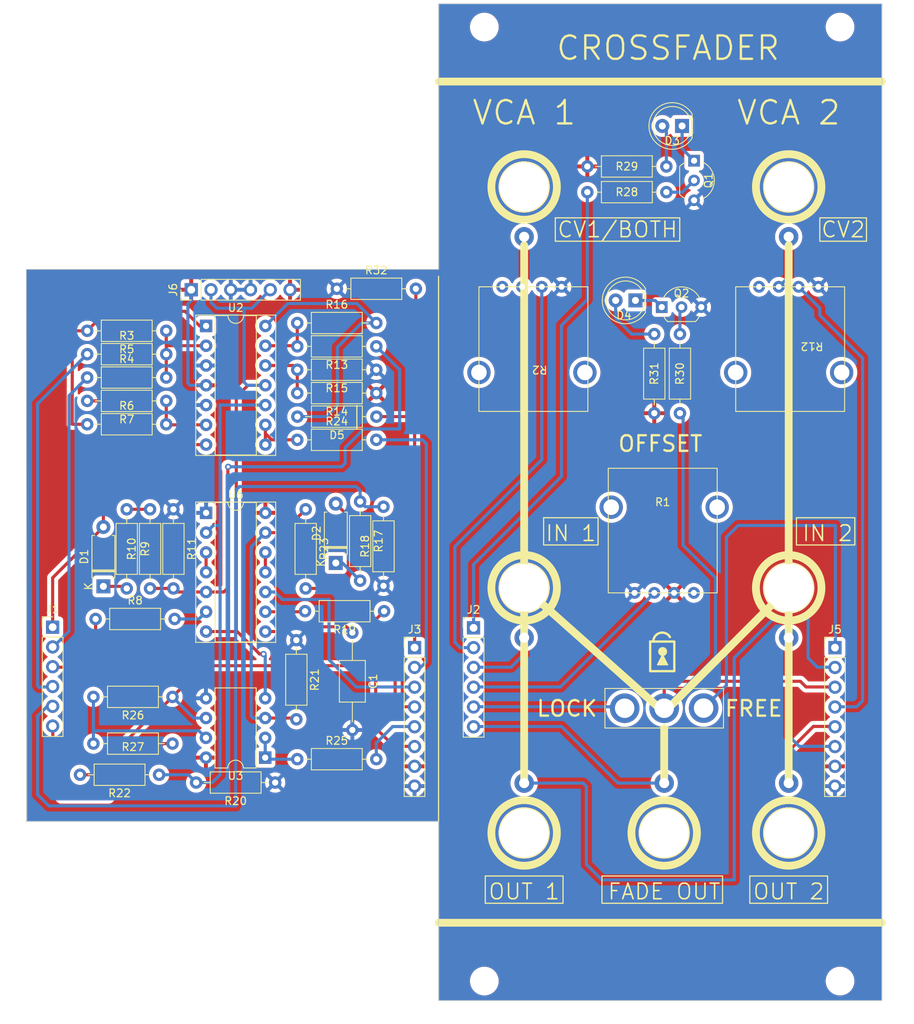
<source format=kicad_pcb>
(kicad_pcb (version 20221018) (generator pcbnew)
  (layers (0 "F.Cu" signal) (31 "B.Cu" signal) (34 "B.Paste" user) (35 "F.Paste" user) (36 "B.SilkS" user "B.Silkscreen") (37 "F.SilkS" user "F.Silkscreen") (38 "B.Mask" user) (39 "F.Mask" user) (44 "Edge.Cuts" user))
  (net 0 "")
  (net 1 "Net-(C1-Pad1)")
  (net 2 "GND")
  (net 3 "Net-(D1-K)")
  (net 4 "Net-(D2-K)")
  (net 5 "CV2")
  (net 6 "+12V")
  (net 7 "Net-(D3-K)")
  (net 8 "Net-(D3-A)")
  (net 9 "Net-(D4-K)")
  (net 10 "Net-(D4-A)")
  (net 11 "Net-(Q1-B)")
  (net 12 "Net-(Q2-B)")
  (net 13 "Net-(R5-Pad2)")
  (net 15 "Net-(R8-Pad2)")
  (net 16 "Net-(R10-Pad2)")
  (net 17 "Net-(R10-Pad1)")
  (net 20 "Net-(R2-E)")
  (net 24 "Net-(R19-Pad2)")
  (net 25 "Net-(U2A--)")
  (net 26 "Net-(U2B--)")
  (net 27 "Net-(R12-E)")
  (net 30 "Net-(R26-Pad2)")
  (net 31 "-12V")
  (net 32 "Net-(U6-Pad3)")
  (net 33 "Net-(U6-Pad11)")
  (net 34 "OFFSET1")
  (net 35 "CV1")
  (net 36 "IN1")
  (net 37 "SW_1")
  (net 38 "SW_2")
  (net 39 "IN2")
  (net 40 "OUT1")
  (net 41 "OUT2")
  (net 42 "FADE")
  (net 43 "SW_COM")
  (net 45 "Net-(U2D--)")
  (net 46 "Net-(U2D-+)")
  (net 47 "Net-(U2C-+)")
  (net 48 "Net-(U3A-+)")
  (net 49 "Net-(U3B--)")
  (net 50 "LED")
  (net 51 "Net-(U2C--)")
  (net 52 "Net-(U3A--)")
  (net 53 "Net-(D5-A)")
  (footprint "MountingHole:MountingHole_3.2mm_M3" (layer "F.Cu") (at 182.88 147.885652)
    (fp_text reference "REF**" hide)
    (fp_text value "MountingHole_3.2mm_M3")
  )
  (footprint "Resistor_THT:R_Axial_DIN0207_L6.3mm_D2.5mm_P10.16mm_Horizontal" (layer "F.Cu") (at 166.917463 86.315885 -90)
    (fp_text reference "R17")
    (fp_text value "10k")
  )
  (footprint "Library:aux_flush" (layer "F.Cu") (at 221.997463 45.926236 90)
    (fp_text reference "U5" hide)
    (fp_text value "Aux_flush")
  )
  (footprint "Resistor_THT:R_Axial_DIN0207_L6.3mm_D2.5mm_P10.16mm_Horizontal" (layer "F.Cu") (at 141.997463 73.395885 180)
    (fp_text reference "R7")
    (fp_text value "100k")
  )
  (footprint "Connector_PinHeader_2.54mm:PinHeader_1x06_P2.54mm_Vertical" (layer "F.Cu") (at 181.497463 102.535885)
    (fp_text reference "J2")
    (fp_text value "Conn_01x06_Male")
  )
  (footprint "Resistor_THT:R_Axial_DIN0207_L6.3mm_D2.5mm_P10.16mm_Horizontal" (layer "F.Cu") (at 155.997463 122.395885 180)
    (fp_text reference "R20")
    (fp_text value "47k")
  )
  (footprint "Resistor_THT:R_Axial_DIN0207_L6.3mm_D2.5mm_P10.16mm_Horizontal" (layer "F.Cu") (at 141.077463 121.395885 180)
    (fp_text reference "R22")
    (fp_text value "100k")
  )
  (footprint "Resistor_THT:R_Axial_DIN0207_L6.3mm_D2.5mm_P10.16mm_Horizontal" (layer "F.Cu") (at 131.837463 76.395885)
    (fp_text reference "R6")
    (fp_text value "100k")
  )
  (footprint "Package_DIP:DIP-14_W7.62mm_Socket" (layer "F.Cu") (at 147.117463 63.770885)
    (fp_text reference "U2")
    (fp_text value "TL074")
  )
  (footprint "Capacitor_THT:C_Axial_L5.1mm_D3.1mm_P12.50mm_Horizontal" (layer "F.Cu") (at 165.917463 103.145885 -90)
    (fp_text reference "C1")
    (fp_text value "5n")
  )
  (footprint "MountingHole:MountingHole_3.2mm_M3" (layer "F.Cu") (at 182.88 25.4)
    (fp_text reference "REF**" hide)
    (fp_text value "MountingHole_3.2mm_M3")
  )
  (footprint "MountingHole:MountingHole_3.2mm_M3" (layer "F.Cu") (at 228.6 147.885652)
    (fp_text reference "REF**" hide)
    (fp_text value "MountingHole_3.2mm_M3")
  )
  (footprint "Resistor_THT:R_Axial_DIN0207_L6.3mm_D2.5mm_P10.16mm_Horizontal" (layer "F.Cu") (at 168.997463 72.395885 180)
    (fp_text reference "R14")
    (fp_text value "100k")
  )
  (footprint "Resistor_THT:R_Axial_DIN0207_L6.3mm_D2.5mm_P10.16mm_Horizontal" (layer "F.Cu") (at 169.997463 100.395885 180)
    (fp_text reference "R19")
    (fp_text value "50k ")
  )
  (footprint "Package_DIP:DIP-8_W7.62mm" (layer "F.Cu") (at 154.717463 119.195885 180)
    (fp_text reference "U3")
    (fp_text value "TL072")
  )
  (footprint "Library:aux_flush" (layer "F.Cu") (at 221.997463 128.865535 -90)
    (fp_text reference "U10" hide)
    (fp_text value "Aux_flush")
  )
  (footprint "Resistor_THT:R_Axial_DIN0207_L6.3mm_D2.5mm_P10.16mm_Horizontal" (layer "F.Cu") (at 204.722463 64.815885 -90)
    (fp_text reference "R31")
    (fp_text value "100k")
  )
  (footprint "Package_DIP:DIP-14_W7.62mm_Socket" (layer "F.Cu") (at 147.117463 87.770885)
    (fp_text reference "U6")
    (fp_text value "AS3360")
  )
  (footprint "Library:AlpsPot" (layer "F.Cu") (at 225.807463 58.746885 180)
    (fp_text reference "R12")
    (fp_text value "AlpsPot")
  )
  (footprint "Resistor_THT:R_Axial_DIN0207_L6.3mm_D2.5mm_P10.16mm_Horizontal" (layer "F.Cu") (at 158.837463 78.395885)
    (fp_text reference "R24")
    (fp_text value "1k")
  )
  (footprint "Library:AlpsPot" (layer "F.Cu") (at 202.187463 98.044885)
    (fp_text reference "R1")
    (fp_text value "AlpsPot")
  )
  (footprint "Library:aux_flush" (layer "F.Cu") (at 221.997463 97.395885 90)
    (fp_text reference "U8" hide)
    (fp_text value "Aux_flush")
  )
  (footprint "Resistor_THT:R_Axial_DIN0207_L6.3mm_D2.5mm_P10.16mm_Horizontal" (layer "F.Cu") (at 168.997463 69.395885 180)
    (fp_text reference "R15")
    (fp_text value "R")
  )
  (footprint "Connector_PinHeader_2.54mm:PinHeader_1x06_P2.54mm_Vertical" (layer "F.Cu") (at 127.397463 102.445885)
    (fp_text reference "J1")
    (fp_text value "Conn_01x06_Male")
  )
  (footprint "Package_TO_SOT_THT:TO-92_Inline_Wide" (layer "F.Cu") (at 209.837463 42.555885 -90)
    (fp_text reference "Q1")
    (fp_text value "BC547")
  )
  (footprint "Library:AlpsPot" (layer "F.Cu") (at 192.807463 58.746885 180)
    (fp_text reference "R2")
    (fp_text value "AlpsPot")
  )
  (footprint "Resistor_THT:R_Axial_DIN0207_L6.3mm_D2.5mm_P10.16mm_Horizontal" (layer "F.Cu") (at 132.637463 117.395885)
    (fp_text reference "R27")
    (fp_text value "1k")
  )
  (footprint "Resistor_THT:R_Axial_DIN0207_L6.3mm_D2.5mm_P10.16mm_Horizontal" (layer "F.Cu") (at 208.022463 74.975885 90)
    (fp_text reference "R30")
    (fp_text value "100k")
  )
  (footprint "Resistor_THT:R_Axial_DIN0207_L6.3mm_D2.5mm_P10.16mm_Horizontal" (layer "F.Cu") (at 158.837463 119.395885)
    (fp_text reference "R25")
    (fp_text value "1k")
  )
  (footprint "MountingHole:MountingHole_3.2mm_M3" (layer "F.Cu") (at 228.6 25.4)
    (fp_text reference "REF**" hide)
    (fp_text value "MountingHole_3.2mm_M3")
  )
  (footprint "Resistor_THT:R_Axial_DIN0207_L6.3mm_D2.5mm_P10.16mm_Horizontal" (layer "F.Cu") (at 131.837463 67.395885)
    (fp_text reference "R3")
    (fp_text value "100k")
  )
  (footprint "Resistor_THT:R_Axial_DIN0207_L6.3mm_D2.5mm_P10.16mm_Horizontal" (layer "F.Cu") (at 132.917463 101.395885)
    (fp_text reference "R8")
    (fp_text value "50k")
  )
  (footprint "Connector_PinHeader_2.54mm:PinHeader_1x06_P2.54mm_Vertical" (layer "F.Cu") (at 145.208827 59.124912 90)
    (fp_text reference "J6")
    (fp_text value "Conn_01x06_Male")
  )
  (footprint "Resistor_THT:R_Axial_DIN0207_L6.3mm_D2.5mm_P10.16mm_Horizontal" (layer "F.Cu") (at 141.997463 64.395885 180)
    (fp_text reference "R5")
    (fp_text value "100k")
  )
  (footprint "Resistor_THT:R_Axial_DIN0207_L6.3mm_D2.5mm_P10.16mm_Horizontal" (layer "F.Cu") (at 206.277463 43.295885 180)
    (fp_text reference "R29")
    (fp_text value "100k")
  )
  (footprint "Diode_THT:D_A-405_P7.62mm_Horizontal" (layer "F.Cu") (at 163.787463 94.205885 90)
    (fp_text reference "D2")
    (fp_text value "D")
  )
  (footprint "Resistor_THT:R_Axial_DIN0207_L6.3mm_D2.5mm_P10.16mm_Horizontal" (layer "F.Cu") (at 131.837463 70.395885)
    (fp_text reference "R4")
    (fp_text value "100k")
  )
  (footprint "Connector_PinHeader_2.54mm:PinHeader_1x08_P2.54mm_Vertical" (layer "F.Cu") (at 173.910348 105.073965)
    (fp_text reference "J3")
    (fp_text value "Conn_01x08_Pin")
  )
  (footprint "Resistor_THT:R_Axial_DIN0207_L6.3mm_D2.5mm_P10.16mm_Horizontal" (layer "F.Cu") (at 169.011751 75.416142 180)
    (fp_text reference "D5")
    (fp_text value "D")
  )
  (footprint "Library:Switch" (layer "F.Cu") (at 205.997463 115.395885)
    (fp_text reference "U7" hide)
    (fp_text value "Switch")
  )
  (footprint "Library:aux_flush" (layer "F.Cu") (at 187.997463 97.395885 90)
    (fp_text reference "U4" hide)
    (fp_text value "Aux_flush")
  )
  (footprint "Resistor_THT:R_Axial_DIN0207_L6.3mm_D2.5mm_P10.16mm_Horizontal" (layer "F.Cu") (at 168.997463 66.395885 180)
    (fp_text reference "R13")
    (fp_text value "100k")
  )
  (footprint "Library:aux_flush" (layer "F.Cu") (at 187.997463 45.926236 90)
    (fp_text reference "U1" hide)
    (fp_text value "Aux_flush")
  )
  (footprint "Resistor_THT:R_Axial_DIN0207_L6.3mm_D2.5mm_P10.16mm_Horizontal" (layer "F.Cu") (at 158.717463 104.115885 -90)
    (fp_text reference "R21")
    (fp_text value "47k")
  )
  (footprint "Resistor_THT:R_Axial_DIN0207_L6.3mm_D2.5mm_P10.16mm_Horizontal" (layer "F.Cu") (at 163.92 59)
    (fp_text reference "R32")
    (fp_text value "R")
  )
  (footprint "Resistor_THT:R_Axial_DIN0207_L6.3mm_D2.5mm_P10.16mm_Horizontal" (layer "F.Cu") (at 158.837463 63.395885)
    (fp_text reference "R16")
    (fp_text value "100k")
  )
  (footprint "LED_THT:LED_D5.0mm" (layer "F.Cu") (at 202.297463 60.495885 180)
    (fp_text reference "D4")
    (fp_text value "LED")
  )
  (footprint "Resistor_THT:R_Axial_DIN0207_L6.3mm_D2.5mm_P10.16mm_Horizontal" (layer "F.Cu") (at 142.917463 87.315885 -90)
    (fp_text reference "R11")
    (fp_text value "2k")
  )
  (footprint "Resistor_THT:R_Axial_DIN0207_L6.3mm_D2.5mm_P10.16mm_Horizontal" (layer "F.Cu") (at 136.917463 87.315885 -90)
    (fp_text reference "R9")
    (fp_text value "5k")
  )
  (footprint "Library:aux_flush" (layer "F.Cu") (at 187.997463 128.865535 -90)
    (fp_text reference "U9" hide)
    (fp_text value "Aux_flush")
  )
  (footprint "Resistor_THT:R_Axial_DIN0207_L6.3mm_D2.5mm_P10.16mm_Horizontal" (layer "F.Cu") (at 169.917463 97.145885 90)
    (fp_text reference "R18")
    (fp_text value "2k")
  )
  (footprint "Resistor_THT:R_Axial_DIN0207_L6.3mm_D2.5mm_P10.16mm_Horizontal" (layer "F.Cu") (at 142.797463 111.395885 180)
    (fp_text reference "R26")
    (fp_text value "100k")
  )
  (footprint "Package_TO_SOT_THT:TO-92_Inline_Wide" (layer "F.Cu") (at 205.682463 61.355885)
    (fp_text reference "Q2")
    (fp_text value "BC547")
  )
  (footprint "Connector_PinHeader_2.54mm:PinHeader_1x08_P2.54mm_Vertical" (layer "F.Cu") (at 227.945251 105.076904)
    (fp_text reference "J5")
    (fp_text value "Conn_01x08_Pin")
  )
  (footprint "Resistor_THT:R_Axial_DIN0207_L6.3mm_D2.5mm_P10.16mm_Horizontal" (layer "F.Cu") (at 159.917463 87.315885 -90)
    (fp_text reference "R23")
    (fp_text value "100k")
  )
  (footprint "Resistor_THT:R_Axial_DIN0207_L6.3mm_D2.5mm_P10.16mm_Horizontal" (layer "F.Cu") (at 196.117463 46.595885)
    (fp_text reference "R28")
    (fp_text value "100k")
  )
  (footprint "Resistor_THT:R_Axial_DIN0207_L6.3mm_D2.5mm_P10.16mm_Horizontal" (layer "F.Cu") (at 139.917463 97.475885 90)
    (fp_text reference "R10")
    (fp_text value "5k")
  )
  (footprint "LED_THT:LED_D5.0mm" (layer "F.Cu") (at 208.297463 38.095885 180)
    (fp_text reference "D3")
    (fp_text value "LED")
  )
  (footprint "Library:aux_flush" (layer "F.Cu") (at 205.997463 128.865535 -90)
    (fp_text reference "U11" hide)
    (fp_text value "Aux_flush")
  )
  (footprint "Diode_THT:D_A-405_P7.62mm_Horizontal" (layer "F.Cu") (at 133.917463 97.205885 90)
    (fp_text reference "D1")
    (fp_text value "D")
  )
  (gr_line (start 187.997463 53.395885) (end 187.997463 122.395885) (stroke (width 1)) (layer "F.SilkS"))
  (gr_line (start 187.997463 97.395885) (end 205.997463 113.395885) (stroke (width 1)) (layer "F.SilkS"))
  (gr_line (start 221.997463 53.395885) (end 221.997463 122.395885) (stroke (width 1)) (layer "F.SilkS"))
  (gr_line (start 176.997463 32.395885) (end 233.997463 32.395885) (stroke (width 1)) (layer "F.SilkS"))
  (gr_rect (start 204.197463 104.295885) (end 207.297463 108.095885) (stroke (width 0.3)) (fill none) (layer "F.SilkS"))
  (gr_rect (start 190.497463 88.395885) (end 197.497463 91.895885) (stroke (width 0.15)) (fill none) (layer "F.SilkS"))
  (gr_poly (pts (xy 206.437463 107.275885) (xy 205.137463 107.275885) (xy 205.737463 106.075885) (xy 205.837463 106.075885)) (stroke (width 0.15)) (fill solid) (layer "F.SilkS"))
  (gr_rect (start 222.997463 88.395885) (end 230.497463 91.895885) (stroke (width 0.15)) (fill none) (layer "F.SilkS"))
  (gr_rect (start 197.997463 134.395885) (end 213.497463 137.895885) (stroke (width 0.15)) (fill none) (layer "F.SilkS"))
  (gr_arc (start 204.597463 104.295885) (mid 205.44538 103.186493) (end 206.738687 103.712812) (stroke (width 0.3)) (layer "F.SilkS"))
  (gr_line (start 166.5 74) (end 166.5 77) (stroke (width 0.15)) (layer "F.SilkS"))
  (gr_line (start 205.997463 115.395885) (end 205.997463 122.395885) (stroke (width 1)) (layer "F.SilkS"))
  (gr_line (start 205.997463 113.395885) (end 221.997463 97.395885) (stroke (width 1)) (layer "F.SilkS"))
  (gr_circle (center 205.797463 105.575885) (end 206.297463 105.575885) (stroke (width 0.15)) (fill solid) (layer "F.SilkS"))
  (gr_rect (start 182.997463 134.395885) (end 192.997463 137.895885) (stroke (width 0.15)) (fill none) (layer "F.SilkS"))
  (gr_line (start 233.997463 140.395885) (end 176.997463 140.395885) (stroke (width 1)) (layer "F.SilkS"))
  (gr_rect (start 191.997463 49.895885) (end 207.997463 52.895885) (stroke (width 0.15)) (fill none) (layer "F.SilkS"))
  (gr_rect (start 225.997463 49.895885) (end 231.997463 52.895885) (stroke (width 0.15)) (fill none) (layer "F.SilkS"))
  (gr_rect (start 216.997463 134.395885) (end 226.997463 137.895885) (stroke (width 0.15)) (fill none) (layer "F.SilkS"))
  (gr_line (start 176.997463 127.395885) (end 176.997463 57.395885) (stroke (width 0.15)) (layer "F.SilkS"))
  (gr_line (start 233.997463 22.395885) (end 233.997463 150.395885) (stroke (width 0.1)) (layer "Edge.Cuts"))
  (gr_line (start 124.045127 127.470453) (end 123.997463 56.5) (stroke (width 0.1)) (layer "Edge.Cuts"))
  (gr_line (start 176.997463 56.5) (end 176.997463 22.395885) (stroke (width 0.1)) (layer "Edge.Cuts"))
  (gr_line (start 123.997463 56.5) (end 176.997463 56.5) (stroke (width 0.1)) (layer "Edge.Cuts"))
  (gr_line (start 233.997463 150.395885) (end 176.997463 150.395885) (stroke (width 0.1)) (layer "Edge.Cuts"))
  (gr_line (start 176.997463 127.395885) (end 123.997463 127.395885) (stroke (width 0.1)) (layer "Edge.Cuts"))
  (gr_line (start 176.997463 22.395885) (end 233.997463 22.395885) (stroke (width 0.1)) (layer "Edge.Cuts"))
  (gr_line (start 176.997463 150.395885) (end 176.997463 127.395885) (stroke (width 0.1)) (layer "Edge.Cuts"))
  (gr_text "CV1/BOTH" (at 199.997463 51.395885) (layer "F.SilkS") (effects (font (size 2 2) (thickness 0.2))))
  (gr_text "LOCK" (at 193.497463 112.895885) (layer "F.SilkS") (effects (font (size 2 2) (thickness 0.3))))
  (gr_text "CV2" (at 228.997463 51.395885) (layer "F.SilkS") (effects (font (size 2 2) (thickness 0.2))))
  (gr_text "OUT 2" (at 221.997463 136.395885) (layer "F.SilkS") (effects (font (size 2 2) (thickness 0.2))))
  (gr_text "IN 1" (at 193.997463 90.395885) (layer "F.SilkS") (effects (font (size 2 2) (thickness 0.2))))
  (gr_text "FADE OUT" (at 205.997463 136.395885) (layer "F.SilkS") (effects (font (size 2 2) (thickness 0.2))))
  (gr_text "OFFSET\n" (at 205.497463 78.895885) (layer "F.SilkS") (effects (font (size 2 2) (thickness 0.3))))
  (gr_text "OUT 1" (at 187.997463 136.395885) (layer "F.SilkS") (effects (font (size 2 2) (thickness 0.2))))
  (gr_text "VCA 1" (at 187.997463 36.395885) (layer "F.SilkS") (effects (font (size 3 3) (thickness 0.3))))
  (gr_text "VCA 2" (at 221.997463 36.395885) (layer "F.SilkS") (effects (font (size 3 3) (thickness 0.3))))
  (gr_text "FREE" (at 217.497463 112.895885) (layer "F.SilkS") (effects (font (size 2 2) (thickness 0.3))))
  (gr_text "IN 2" (at 226.997463 90.395885) (layer "F.SilkS") (effects (font (size 2 2) (thickness 0.2))))
  (gr_text "CROSSFADER" (at 206.5 28.1) (layer "F.SilkS") (effects (font (size 3 3) (thickness 0.3))))
  (segment (start 154.737463 103.010885) (end 156.802463 103.010885) (width 0.4) (layer "F.Cu") (net 1))
  (segment (start 165.167463 102.395885) (end 165.917463 103.145885) (width 0.4) (layer "F.Cu") (net 1))
  (segment (start 157.417463 102.395885) (end 165.167463 102.395885) (width 0.4) (layer "F.Cu") (net 1))
  (segment (start 156.802463 103.010885) (end 157.417463 102.395885) (width 0.4) (layer "F.Cu") (net 1))
  (segment (start 133.917463 97.205885) (end 136.647463 97.205885) (width 0.4) (layer "F.Cu") (net 3))
  (segment (start 136.647463 97.205885) (end 136.917463 97.475885) (width 0.4) (layer "F.Cu") (net 3))
  (segment (start 164.647463 94.205885) (end 163.787463 94.205885) (width 0.4) (layer "B.Cu") (net 4))
  (segment (start 166.917463 96.475885) (end 164.647463 94.205885) (width 0.4) (layer "B.Cu") (net 4))
  (segment (start 171.417463 102.395885) (end 171.917463 101.895885) (width 0.4) (layer "F.Cu") (net 5))
  (segment (start 171.417463 112.395885) (end 171.417463 102.395885) (width 0.4) (layer "F.Cu") (net 5))
  (segment (start 171.687463 112.665885) (end 171.417463 112.395885) (width 0.4) (layer "F.Cu") (net 5))
  (segment (start 171.917463 101.895885) (end 171.917463 94.395885) (width 0.4) (layer "F.Cu") (net 5))
  (segment (start 171.597463 94.395885) (end 163.787463 86.585885) (width 0.4) (layer "F.Cu") (net 5))
  (segment (start 173.917463 112.665885) (end 171.687463 112.665885) (width 0.4) (layer "F.Cu") (net 5))
  (segment (start 171.917463 94.395885) (end 171.597463 94.395885) (width 0.4) (layer "F.Cu") (net 5))
  (segment (start 225.997463 62.395885) (end 225.997463 61.476885) (width 0.4) (layer "B.Cu") (net 5))
  (segment (start 225.997463 61.476885) (end 223.267463 58.746885) (width 0.4) (layer "B.Cu") (net 5))
  (segment (start 230.727463 112.665885) (end 231.497463 111.895885) (width 0.4) (layer "B.Cu") (net 5))
  (segment (start 231.497463 111.895885) (end 231.497463 67.895885) (width 0.4) (layer "B.Cu") (net 5))
  (segment (start 227.997463 112.665885) (end 230.727463 112.665885) (width 0.4) (layer "B.Cu") (net 5))
  (segment (start 231.497463 67.895885) (end 225.997463 62.395885) (width 0.4) (layer "B.Cu") (net 5))
  (segment (start 154.737463 87.770885) (end 154.737463 83.655885) (width 0.4) (layer "F.Cu") (net 6))
  (segment (start 163.997463 82.895885) (end 163.997463 63.895885) (width 0.4) (layer "F.Cu") (net 6))
  (segment (start 150.393348 61.5) (end 149.997463 61.895885) (width 0.4) (layer "F.Cu") (net 6))
  (segment (start 149.997463 61.895885) (end 149.997463 71.395885) (width 0.4) (layer "F.Cu") (net 6))
  (segment (start 154.737463 83.655885) (end 155.497463 82.895885) (width 0.4) (layer "F.Cu") (net 6))
  (segment (start 155.497463 82.895885) (end 163.997463 82.895885) (width 0.4) (layer "F.Cu") (net 6))
  (segment (start 149.997463 71.395885) (end 149.992463 71.390885) (width 0.4) (layer "F.Cu") (net 6))
  (segment (start 163.997463 63.895885) (end 161.601578 61.5) (width 0.4) (layer "F.Cu") (net 6))
  (segment (start 149.992463 71.390885) (end 147.117463 71.390885) (width 0.4) (layer "F.Cu") (net 6))
  (segment (start 161.601578 61.5) (end 150.393348 61.5) (width 0.4) (layer "F.Cu") (net 6))
  (segment (start 144.78 60.96) (end 144.78 71.12) (width 0.4) (layer "B.Cu") (net 6))
  (segment (start 145.050885 71.390885) (end 147.117463 71.390885) (width 0.4) (layer "B.Cu") (net 6))
  (segment (start 144.78 71.12) (end 145.050885 71.390885) (width 0.4) (layer "B.Cu") (net 6))
  (segment (start 145.208827 60.531173) (end 144.78 60.96) (width 0.4) (layer "B.Cu") (net 6))
  (segment (start 145.208827 59.124912) (end 145.208827 60.531173) (width 0.4) (layer "B.Cu") (net 6))
  (segment (start 208.297463 41.015885) (end 209.837463 42.555885) (width 0.4) (layer "B.Cu") (net 7))
  (segment (start 208.297463 38.095885) (end 208.297463 41.015885) (width 0.4) (layer "B.Cu") (net 7))
  (segment (start 206.277463 38.615885) (end 205.757463 38.095885) (width 0.4) (layer "B.Cu") (net 8))
  (segment (start 206.277463 43.295885) (end 206.277463 38.615885) (width 0.4) (layer "B.Cu") (net 8))
  (segment (start 204.822463 60.495885) (end 205.682463 61.355885) (width 0.4) (layer "B.Cu") (net 9))
  (segment (start 202.297463 60.495885) (end 204.822463 60.495885) (width 0.4) (layer "B.Cu") (net 9))
  (segment (start 201.817463 64.815885) (end 199.757463 62.755885) (width 0.4) (layer "B.Cu") (net 10))
  (segment (start 199.757463 62.755885) (end 199.757463 60.495885) (width 0.4) (layer "B.Cu") (net 10))
  (segment (start 204.722463 64.815885) (end 201.817463 64.815885) (width 0.4) (layer "B.Cu") (net 10))
  (segment (start 208.337463 46.595885) (end 209.837463 45.095885) (width 0.4) (layer "B.Cu") (net 11))
  (segment (start 206.277463 46.595885) (end 208.337463 46.595885) (width 0.4) (layer "B.Cu") (net 11))
  (segment (start 208.022463 61.555885) (end 208.222463 61.355885) (width 0.4) (layer "B.Cu") (net 12))
  (segment (start 208.022463 64.815885) (end 208.022463 61.555885) (width 0.4) (layer "B.Cu") (net 12))
  (segment (start 129.917463 64.395885) (end 131.837463 64.395885) (width 0.4) (layer "F.Cu") (net 13))
  (segment (start 131.837463 76.395885) (end 129.917463 76.395885) (width 0.4) (layer "F.Cu") (net 13))
  (segment (start 147.117463 63.770885) (end 146.292463 63.770885) (width 0.4) (layer "F.Cu") (net 13))
  (segment (start 146.292463 63.770885) (end 144.417463 61.895885) (width 0.4) (layer "F.Cu") (net 13))
  (segment (start 129.917463 76.395885) (end 129.917463 64.395885) (width 0.4) (layer "F.Cu") (net 13))
  (segment (start 134.337463 61.895885) (end 131.837463 64.395885) (width 0.4) (layer "F.Cu") (net 13))
  (segment (start 144.417463 61.895885) (end 134.337463 61.895885) (width 0.4) (layer "F.Cu") (net 13))
  (segment (start 143.077463 101.395885) (end 146.192463 101.395885) (width 0.4) (layer "B.Cu") (net 15))
  (segment (start 146.192463 101.395885) (end 147.117463 100.470885) (width 0.4) (layer "B.Cu") (net 15))
  (segment (start 136.917463 87.315885) (end 139.917463 87.315885) (width 0.4) (layer "F.Cu") (net 16))
  (segment (start 149.917463 81.895885) (end 149.957463 81.855885) (width 0.4) (layer "F.Cu") (net 17))
  (segment (start 147.117463 97.930885) (end 143.372463 97.930885) (width 0.4) (layer "F.Cu") (net 17))
  (segment (start 139.917463 97.475885) (end 142.917463 97.475885) (width 0.4) (layer "F.Cu") (net 17))
  (segment (start 147.117463 97.930885) (end 149.382463 97.930885) (width 0.4) (layer "F.Cu") (net 17))
  (segment (start 143.372463 97.930885) (end 142.917463 97.475885) (width 0.4) (layer "F.Cu") (net 17))
  (segment (start 149.382463 97.930885) (end 149.917463 97.395885) (width 0.4) (layer "F.Cu") (net 17))
  (segment (start 149.917463 97.395885) (end 149.917463 81.895885) (width 0.4) (layer "F.Cu") (net 17))
  (via (at 149.957463 81.855885) (size 0.8) (drill 0.4) (layers "F.Cu" "B.Cu") (net 17))
  (segment (start 171.997463 69.395885) (end 168.997463 66.395885) (width 0.4) (layer "B.Cu") (net 17))
  (segment (start 164.997463 79.395885) (end 167.393348 77) (width 0.4) (layer "B.Cu") (net 17))
  (segment (start 167.393348 77) (end 171.997463 77) (width 0.4) (layer "B.Cu") (net 17))
  (segment (start 149.957463 81.855885) (end 164.537463 81.855885) (width 0.4) (layer "B.Cu") (net 17))
  (segment (start 164.537463 81.855885) (end 164.997463 81.395885) (width 0.4) (layer "B.Cu") (net 17))
  (segment (start 164.997463 81.395885) (end 164.997463 79.395885) (width 0.4) (layer "B.Cu") (net 17))
  (segment (start 171.997463 77) (end 171.997463 69.395885) (width 0.4) (layer "B.Cu") (net 17))
  (segment (start 187.997463 52.326236) (end 187.997463 58.476885) (width 0.4) (layer "B.Cu") (net 20))
  (segment (start 187.997463 58.476885) (end 187.727463 58.746885) (width 0.4) (layer "B.Cu") (net 20))
  (segment (start 154.737463 100.470885) (end 159.762463 100.470885) (width 0.4) (layer "F.Cu") (net 24))
  (segment (start 159.762463 100.470885) (end 159.837463 100.395885) (width 0.4) (layer "F.Cu") (net 24))
  (segment (start 147.117463 66.310885) (end 142.002463 66.310885) (width 0.4) (layer "F.Cu") (net 25))
  (segment (start 141.997463 64.395885) (end 141.997463 66.315885) (width 0.4) (layer "F.Cu") (net 25))
  (segment (start 142.002463 66.310885) (end 141.997463 66.315885) (width 0.4) (layer "F.Cu") (net 25))
  (segment (start 141.997463 66.315885) (end 141.997463 70.395885) (width 0.4) (layer "F.Cu") (net 25))
  (segment (start 142.072463 76.470885) (end 141.997463 76.395885) (width 0.4) (layer "F.Cu") (net 26))
  (segment (start 147.117463 76.470885) (end 142.072463 76.470885) (width 0.4) (layer "F.Cu") (net 26))
  (segment (start 141.997463 73.395885) (end 141.997463 76.395885) (width 0.4) (layer "F.Cu") (net 26))
  (segment (start 221.997463 57.476885) (end 220.727463 58.746885) (width 0.4) (layer "B.Cu") (net 27))
  (segment (start 221.997463 52.326236) (end 221.997463 57.476885) (width 0.4) (layer "B.Cu") (net 27))
  (segment (start 132.637463 111.395885) (end 132.637463 115.755885) (width 0.4) (layer "B.Cu") (net 30))
  (segment (start 132.637463 115.755885) (end 146.197463 115.755885) (width 0.4) (layer "B.Cu") (net 30))
  (segment (start 132.637463 117.395885) (end 132.637463 115.755885) (width 0.4) (layer "B.Cu") (net 30))
  (segment (start 146.197463 115.755885) (end 147.097463 116.655885) (width 0.4) (layer "B.Cu") (net 30))
  (segment (start 153.997463 105.895885) (end 150.997463 102.895885) (width 0.4) (layer "F.Cu") (net 31))
  (segment (start 150.997463 72.895885) (end 150.997463 102.895885) (width 0.4) (layer "F.Cu") (net 31))
  (segment (start 152.502463 71.390885) (end 150.997463 72.895885) (width 0.4) (layer "F.Cu") (net 31))
  (segment (start 150.997463 102.895885) (end 150.882463 103.010885) (width 0.4) (layer "F.Cu") (net 31))
  (segment (start 154.497463 105.895885) (end 153.997463 105.895885) (width 0.4) (layer "F.Cu") (net 31))
  (segment (start 154.737463 71.390885) (end 152.502463 71.390885) (width 0.4) (layer "F.Cu") (net 31))
  (segment (start 150.882463 103.010885) (end 147.117463 103.010885) (width 0.4) (layer "F.Cu") (net 31))
  (via (at 154.497463 105.895885) (size 0.8) (drill 0.4) (layers "F.Cu" "B.Cu") (net 31))
  (segment (start 147.748827 59.124912) (end 147.748827 60.748827) (width 0.4) (layer "B.Cu") (net 31))
  (segment (start 152 71) (end 152 61.5) (width 0.4) (layer "B.Cu") (net 31))
  (segment (start 148.5 61.5) (end 152 61.5) (width 0.4) (layer "B.Cu") (net 31))
  (segment (start 152.390885 71.390885) (end 152 71) (width 0.4) (layer "B.Cu") (net 31))
  (segment (start 154.497463 105.895885) (end 154.717463 106.115885) (width 0.4) (layer "B.Cu") (net 31))
  (segment (start 147.748827 60.748827) (end 148.5 61.5) (width 0.4) (layer "B.Cu") (net 31))
  (segment (start 152.993739 61.5) (end 155.368827 59.124912) (width 0.4) (layer "B.Cu") (net 31))
  (segment (start 154.737463 71.390885) (end 152.390885 71.390885) (width 0.4) (layer "B.Cu") (net 31))
  (segment (start 154.717463 106.115885) (end 154.717463 111.575885) (width 0.4) (layer "B.Cu") (net 31))
  (segment (start 152 61.5) (end 152.993739 61.5) (width 0.4) (layer "B.Cu") (net 31))
  (segment (start 147.117463 92.850885) (end 147.117463 95.390885) (width 0.4) (layer "F.Cu") (net 32))
  (segment (start 154.737463 92.850885) (end 154.737463 95.390885) (width 0.4) (layer "F.Cu") (net 33))
  (segment (start 125.695127 110.200453) (end 125.465127 109.970453) (width 0.4) (layer "B.Cu") (net 34))
  (segment (start 125.465127 109.970453) (end 125.465127 73.890453) (width 0.4) (layer "B.Cu") (net 34))
  (segment (start 127.417463 110.125885) (end 125.647463 110.125885) (width 0.4) (layer "B.Cu") (net 34))
  (segment (start 181.497463 110.125885) (end 192.646463 110.125885) (width 0.4) (layer "B.Cu") (net 34))
  (segment (start 192.646463 110.125885) (end 204.727463 98.044885) (width 0.4) (layer "B.Cu") (net 34))
  (segment (start 125.417463 73.815885) (end 131.837463 67.395885) (width 0.4) (layer "B.Cu") (net 34))
  (segment (start 181.497463 105.075885) (end 179.777463 105.075885) (width 0.4) (layer "B.Cu") (net 35))
  (segment (start 129.497463 72.735885) (end 129.497463 102.965885) (width 0.4) (layer "B.Cu") (net 35))
  (segment (start 190.267463 80.925885) (end 190.267463 58.746885) (width 0.4) (layer "B.Cu") (net 35))
  (segment (start 179.097463 104.395885) (end 179.097463 92.095885) (width 0.4) (layer "B.Cu") (net 35))
  (segment (start 129.497463 102.965885) (end 127.417463 105.045885) (width 0.4) (layer "B.Cu") (net 35))
  (segment (start 131.837463 70.395885) (end 129.497463 72.735885) (width 0.4) (layer "B.Cu") (net 35))
  (segment (start 179.777463 105.075885) (end 179.097463 104.395885) (width 0.4) (layer "B.Cu") (net 35))
  (segment (start 179.097463 92.095885) (end 190.267463 80.925885) (width 0.4) (layer "B.Cu") (net 35))
  (segment (start 131.727463 107.585885) (end 132.917463 106.395885) (width 0.4) (layer "F.Cu") (net 36))
  (segment (start 132.917463 106.395885) (end 132.917463 101.395885) (width 0.4) (layer "F.Cu") (net 36))
  (segment (start 127.417463 107.585885) (end 131.727463 107.585885) (width 0.4) (layer "F.Cu") (net 36))
  (segment (start 187.997463 105.895885) (end 186.307463 107.585885) (width 0.4) (layer "B.Cu") (net 36))
  (segment (start 186.307463 107.585885) (end 181.497463 107.585885) (width 0.4) (layer "B.Cu") (net 36))
  (segment (start 187.997463 103.795885) (end 187.997463 105.895885) (width 0.4) (layer "B.Cu") (net 36))
  (segment (start 173.917463 75.5) (end 173.833605 75.416142) (width 0.4) (layer "F.Cu") (net 37))
  (segment (start 174.08 75.337463) (end 174.08 58.5) (width 0.4) (layer "F.Cu") (net 37))
  (segment (start 173.917463 105.045885) (end 173.917463 75.5) (width 0.4) (layer "F.Cu") (net 37))
  (segment (start 173.917463 75.5) (end 174.08 75.337463) (width 0.4) (layer "F.Cu") (net 37))
  (segment (start 173.833605 75.416142) (end 169.011751 75.416142) (width 0.4) (layer "F.Cu") (net 37))
  (segment (start 215.497463 89.395885) (end 213.997463 90.895885) (width 0.4) (layer "B.Cu") (net 37))
  (segment (start 213.997463 109.907794) (end 211.065576 112.839681) (width 0.4) (layer "B.Cu") (net 37))
  (segment (start 227.997463 89.395885) (end 215.497463 89.395885) (width 0.4) (layer "B.Cu") (net 37))
  (segment (start 227.997463 105.045885) (end 227.997463 89.395885) (width 0.4) (layer "B.Cu") (net 37))
  (segment (start 213.997463 90.895885) (end 213.997463 109.907794) (width 0.4) (layer "B.Cu") (net 37))
  (segment (start 181.497463 112.665885) (end 200.727463 112.665885) (width 0.4) (layer "B.Cu") (net 38))
  (segment (start 126.647463 112.665885) (end 127.417463 112.665885) (width 0.4) (layer "B.Cu") (net 38))
  (segment (start 125.417463 113.895885) (end 126.647463 112.665885) (width 0.4) (layer "B.Cu") (net 38))
  (segment (start 126.917463 125.395885) (end 125.417463 123.895885) (width 0.4) (layer "B.Cu") (net 38))
  (segment (start 166.417463 84.395885) (end 151.417463 84.395885) (width 0.4) (layer "B.Cu") (net 38))
  (segment (start 151.417463 84.395885) (end 150.917463 84.895885) (width 0.4) (layer "B.Cu") (net 38))
  (segment (start 166.917463 84.895885) (end 166.417463 84.395885) (width 0.4) (layer "B.Cu") (net 38))
  (segment (start 150.917463 84.895885) (end 150.917463 125.395885) (width 0.4) (layer "B.Cu") (net 38))
  (segment (start 166.917463 86.315885) (end 166.917463 84.895885) (width 0.4) (layer "B.Cu") (net 38))
  (segment (start 167.587463 86.985885) (end 166.917463 86.315885) (width 0.4) (layer "B.Cu") (net 38))
  (segment (start 200.727463 112.665885) (end 200.917463 112.855885) (width 0.4) (layer "B.Cu") (net 38))
  (segment (start 169.917463 86.985885) (end 167.587463 86.985885) (width 0.4) (layer "B.Cu") (net 38))
  (segment (start 125.465127 123.970453) (end 125.465127 113.970453) (width 0.4) (layer "B.Cu") (net 38))
  (segment (start 150.917463 125.395885) (end 126.917463 125.395885) (width 0.4) (layer "B.Cu") (net 38))
  (segment (start 168.917463 101.475885) (end 168.917463 115.395885) (width 0.4) (layer "F.Cu") (net 39))
  (segment (start 169.997463 100.395885) (end 168.917463 101.475885) (width 0.4) (layer "F.Cu") (net 39))
  (segment (start 168.917463 115.395885) (end 171.267463 117.745885) (width 0.4) (layer "F.Cu") (net 39))
  (segment (start 171.267463 117.745885) (end 173.917463 117.745885) (width 0.4) (layer "F.Cu") (net 39))
  (segment (start 221.997463 116.395885) (end 221.997463 103.795885) (width 0.4) (layer "B.Cu") (net 39))
  (segment (start 223.347463 117.745885) (end 221.997463 116.395885) (width 0.4) (layer "B.Cu") (net 39))
  (segment (start 227.997463 117.745885) (end 223.347463 117.745885) (width 0.4) (layer "B.Cu") (net 39))
  (segment (start 224.497463 101.395885) (end 219.997463 101.395885) (width 0.4) (layer "B.Cu") (net 40))
  (segment (start 195.567113 122.465535) (end 187.997463 122.465535) (width 0.4) (layer "B.Cu") (net 40))
  (segment (start 227.997463 107.585885) (end 225.687463 107.585885) (width 0.4) (layer "B.Cu") (net 40))
  (segment (start 168.997463 78.395885) (end 174.917463 78.395885) (width 0.4) (layer "B.Cu") (net 40))
  (segment (start 214.997463 134.895885) (end 197.997463 134.895885) (width 0.4) (layer "B.Cu") (net 40))
  (segment (start 219.997463 101.395885) (end 214.997463 106.395885) (width 0.4) (layer "B.Cu") (net 40))
  (segment (start 224.497463 106.395885) (end 224.497463 101.395885) (width 0.4) (layer "B.Cu") (net 40))
  (segment (start 175.417463 106.895885) (end 174.727463 107.585885) (width 0.4) (layer "B.Cu") (net 40))
  (segment (start 225.687463 107.585885) (end 224.497463 106.395885) (width 0.4) (layer "B.Cu") (net 40))
  (segment (start 174.917463 78.395885) (end 175.417463 78.895885) (width 0.4) (layer "B.Cu") (net 40))
  (segment (start 197.997463 134.895885) (end 195.997463 132.895885) (width 0.4) (layer "B.Cu") (net 40))
  (segment (start 175.417463 78.895885) (end 175.417463 106.895885) (width 0.4) (layer "B.Cu") (net 40))
  (segment (start 174.727463 107.585885) (end 173.917463 107.585885) (width 0.4) (layer "B.Cu") (net 40))
  (segment (start 214.997463 106.395885) (end 214.997463 134.895885) (width 0.4) (layer "B.Cu") (net 40))
  (segment (start 195.997463 132.895885) (end 195.997463 122.895885) (width 0.4) (layer "B.Cu") (net 40))
  (segment (start 195.997463 122.895885) (end 195.567113 122.465535) (width 0.4) (layer "B.Cu") (net 40))
  (segment (start 225.168175 115.191825) (end 221.997463 118.362537) (width 0.4) (layer "F.Cu") (net 41))
  (segment (start 227.94073 115.191825) (end 225.168175 115.191825) (width 0.4) (layer "F.Cu") (net 41))
  (segment (start 221.997463 118.362537) (end 221.997463 122.465535) (width 0.4) (layer "F.Cu") (net 41))
  (segment (start 168.997463 117.315885) (end 168.997463 119.395885) (width 0.4) (layer "B.Cu") (net 41))
  (segment (start 171.107463 115.205885) (end 168.997463 117.315885) (width 0.4) (layer "B.Cu") (net 41))
  (segment (start 173.917463 115.205885) (end 171.107463 115.205885) (width 0.4) (layer "B.Cu") (net 41))
  (segment (start 134.597463 124.395885) (end 128.497463 124.395885) (width 0.4) (layer "F.Cu") (net 42))
  (segment (start 128.497463 124.395885) (end 127.417463 123.315885) (width 0.4) (layer "F.Cu") (net 42))
  (segment (start 127.417463 123.315885) (end 127.417463 115.205885) (width 0.4) (layer "F.Cu") (net 42))
  (segment (start 142.797463 117.395885) (end 141.597463 117.395885) (width 0.4) (layer "F.Cu") (net 42))
  (segment (start 141.597463 117.395885) (end 134.597463 124.395885) (width 0.4) (layer "F.Cu") (net 42))
  (segment (start 192.807463 115.205885) (end 200.067113 122.465535) (width 0.4) (layer "B.Cu") (net 42))
  (segment (start 200.067113 122.465535) (end 205.997463 122.465535) (width 0.4) (layer "B.Cu") (net 42))
  (segment (start 181.497463 115.205885) (end 192.807463 115.205885) (width 0.4) (layer "B.Cu") (net 42))
  (segment (start 205.997463 112.855885) (end 205.997463 109.395885) (width 0.4) (layer "F.Cu") (net 43))
  (segment (start 224.227463 110.125885) (end 227.997463 110.125885) (width 0.4) (layer "F.Cu") (net 43))
  (segment (start 223.497463 109.395885) (end 224.227463 110.125885) (width 0.4) (layer "F.Cu") (net 43))
  (segment (start 205.997463 109.395885) (end 223.497463 109.395885) (width 0.4) (layer "F.Cu") (net 43))
  (segment (start 208.022463 74.975885) (end 208.428974 75.382396) (width 0.4) (layer "B.Cu") (net 43))
  (segment (start 156.917463 98.895885) (end 155.952463 97.930885) (width 0.4) (layer "B.Cu") (net 43))
  (segment (start 208.428974 75.382396) (end 208.428974 91.927396) (width 0.4) (layer "B.Cu") (net 43))
  (segment (start 208.428974 91.927396) (end 212.597463 96.095885) (width 0.4) (layer "B.Cu") (net 43))
  (segment (start 155.952463 97.930885) (end 154.737463 97.930885) (width 0.4) (layer "B.Cu") (net 43))
  (segment (start 166.423829 110.125885) (end 162.917463 106.619519) (width 0.4) (layer "B.Cu") (net 43))
  (segment (start 162.917463 98.895885) (end 156.917463 98.895885) (width 0.4) (layer "B.Cu") (net 43))
  (segment (start 173.917463 110.125885) (end 166.423829 110.125885) (width 0.4) (layer "B.Cu") (net 43))
  (segment (start 162.917463 106.619519) (end 162.917463 98.895885) (width 0.4) (layer "B.Cu") (net 43))
  (segment (start 212.597463 106.255885) (end 205.997463 112.855885) (width 0.4) (layer "B.Cu") (net 43))
  (segment (start 212.597463 96.095885) (end 212.597463 106.255885) (width 0.4) (layer "B.Cu") (net 43))
  (segment (start 154.737463 66.310885) (end 158.752463 66.310885) (width 0.4) (layer "F.Cu") (net 45))
  (segment (start 158.837463 63.395885) (end 158.837463 66.395885) (width 0.4) (layer "F.Cu") (net 45))
  (segment (start 158.752463 66.310885) (end 158.837463 66.395885) (width 0.4) (layer "F.Cu") (net 45))
  (segment (start 154.737463 68.850885) (end 158.292463 68.850885) (width 0.4) (layer "F.Cu") (net 46))
  (segment (start 158.837463 69.395885) (end 158.837463 72.395885) (width 0.4) (layer "F.Cu") (net 46))
  (segment (start 158.292463 68.850885) (end 158.837463 69.395885) (width 0.4) (layer "F.Cu") (net 46))
  (segment (start 148.917463 89.395885) (end 148.917463 121.395885) (width 0.4) (layer "B.Cu") (net 47))
  (segment (start 147.117463 90.310885) (end 148.032463 89.395885) (width 0.4) (layer "B.Cu") (net 47))
  (segment (start 148.917463 73.895885) (end 148.917463 89.395885) (width 0.4) (layer "B.Cu") (net 47))
  (segment (start 148.917463 121.395885) (end 147.917463 122.395885) (width 0.4) (layer "B.Cu") (net 47))
  (segment (start 148.032463 89.395885) (end 148.917463 89.395885) (width 0.4) (layer "B.Cu") (net 47))
  (segment (start 141.077463 121.395885) (end 144.837463 121.395885) (width 0.4) (layer "B.Cu") (net 47))
  (segment (start 144.837463 121.395885) (end 145.837463 122.395885) (width 0.4) (layer "B.Cu") (net 47))
  (segment (start 154.737463 73.930885) (end 148.952463 73.930885) (width 0.4) (layer "B.Cu") (net 47))
  (segment (start 148.952463 73.930885) (end 148.917463 73.895885) (width 0.4) (layer "B.Cu") (net 47))
  (segment (start 147.917463 122.395885) (end 145.837463 122.395885) (width 0.4) (layer "B.Cu") (net 47))
  (segment (start 154.717463 114.115885) (end 158.557463 114.115885) (width 0.4) (layer "F.Cu") (net 48))
  (segment (start 156.922463 90.310885) (end 159.917463 87.315885) (width 0.4) (layer "F.Cu") (net 48))
  (segment (start 158.557463 114.115885) (end 158.717463 114.275885) (width 0.4) (layer "F.Cu") (net 48))
  (segment (start 154.737463 90.310885) (end 156.922463 90.310885) (width 0.4) (layer "F.Cu") (net 48))
  (segment (start 153.137463 114.115885) (end 152.917463 113.895885) (width 0.4) (layer "B.Cu") (net 48))
  (segment (start 152.917463 92.130885) (end 154.737463 90.310885) (width 0.4) (layer "B.Cu") (net 48))
  (segment (start 154.717463 114.115885) (end 153.137463 114.115885) (width 0.4) (layer "B.Cu") (net 48))
  (segment (start 152.917463 113.895885) (end 152.917463 92.130885) (width 0.4) (layer "B.Cu") (net 48))
  (segment (start 132.497463 121.395885) (end 140.697463 113.195885) (width 0.4) (layer "F.Cu") (net 49))
  (segment (start 167.997463 105.315885) (end 165.917463 107.395885) (width 0.4) (layer "F.Cu") (net 49))
  (segment (start 159.917463 97.475885) (end 164.577463 97.475885) (width 0.4) (layer "F.Cu") (net 49))
  (segment (start 140.697463 113.195885) (end 140.997463 113.195885) (width 0.4) (layer "F.Cu") (net 49))
  (segment (start 140.997463 113.195885) (end 142.797463 111.395885) (width 0.4) (layer "F.Cu") (net 49))
  (segment (start 165.917463 107.395885) (end 146.797463 107.395885) (width 0.4) (layer "F.Cu") (net 49))
  (segment (start 167.997463 100.895885) (end 167.997463 105.315885) (width 0.4) (layer "F.Cu") (net 49))
  (segment (start 146.797463 107.395885) (end 142.797463 111.395885) (width 0.4) (layer "F.Cu") (net 49))
  (segment (start 130.917463 121.395885) (end 132.497463 121.395885) (width 0.4) (layer "F.Cu") (net 49))
  (segment (start 164.577463 97.475885) (end 167.997463 100.895885) (width 0.4) (layer "F.Cu") (net 49))
  (segment (start 147.097463 114.115885) (end 145.517463 114.115885) (width 0.4) (layer "B.Cu") (net 49))
  (segment (start 145.517463 114.115885) (end 142.797463 111.395885) (width 0.4) (layer "B.Cu") (net 49))
  (segment (start 134.532463 79.010885) (end 133.917463 78.395885) (width 0.4) (layer "F.Cu") (net 50))
  (segment (start 133.917463 78.395885) (end 133.917463 73.895885) (width 0.4) (layer "F.Cu") (net 50))
  (segment (start 127.397463 102.445885) (end 127.397463 96.105885) (width 0.4) (layer "F.Cu") (net 50))
  (segment (start 133.417463 73.395885) (end 131.837463 73.395885) (width 0.4) (layer "F.Cu") (net 50))
  (segment (start 147.117463 79.010885) (end 134.532463 79.010885) (width 0.4) (layer "F.Cu") (net 50))
  (segment (start 133.917463 79.625885) (end 134.532463 79.010885) (width 0.4) (layer "F.Cu") (net 50))
  (segment (start 133.917463 89.585885) (end 133.917463 79.625885) (width 0.4) (layer "F.Cu") (net 50))
  (segment (start 127.397463 96.105885) (end 133.917463 89.585885) (width 0.4) (layer "F.Cu") (net 50))
  (segment (start 133.917463 73.895885) (end 133.417463 73.395885) (width 0.4) (layer "F.Cu") (net 50))
  (segment (start 196.117463 60.375885) (end 196.117463 46.595885) (width 0.4) (layer "B.Cu") (net 50))
  (segment (start 181.497463 94.395885) (end 192.797463 83.095885) (width 0.4) (layer "B.Cu") (net 50))
  (segment (start 192.797463 83.095885) (end 192.797463 63.695885) (width 0.4) (layer "B.Cu") (net 50))
  (segment (start 192.797463 63.695885) (end 196.117463 60.375885) (width 0.4) (layer "B.Cu") (net 50))
  (segment (start 181.497463 102.535885) (end 181.497463 94.395885) (width 0.4) (layer "B.Cu") (net 50))
  (segment (start 154.737463 77.575885) (end 154.737463 79.010885) (width 0.4) (layer "F.Cu") (net 51))
  (segment (start 154.737463 76.470885) (end 154.737463 77.575885) (width 0.4) (layer "F.Cu") (net 51))
  (segment (start 155.557463 78.395885) (end 154.737463 77.575885) (width 0.4) (layer "F.Cu") (net 51))
  (segment (start 158.837463 78.395885) (end 155.557463 78.395885) (width 0.4) (layer "F.Cu") (net 51))
  (segment (start 154.717463 116.655885) (end 154.717463 119.195885) (width 0.4) (layer "B.Cu") (net 52))
  (segment (start 154.917463 119.395885) (end 154.717463 119.195885) (width 0.4) (layer "B.Cu") (net 52))
  (segment (start 158.837463 119.395885) (end 154.917463 119.395885) (width 0.4) (layer "B.Cu") (net 52))
  (segment (start 157.612463 60.895885) (end 154.737463 63.770885) (width 0.4) (layer "B.Cu") (net 53))
  (segment (start 168.997463 63.395885) (end 167.104115 63.395885) (width 0.4) (layer "B.Cu") (net 53))
  (segment (start 164 66.5) (end 164 74) (width 0.4) (layer "B.Cu") (net 53))
  (segment (start 168.997463 63.395885) (end 166.497463 60.895885) (width 0.4) (layer "B.Cu") (net 53))
  (segment (start 162.583858 75.416142) (end 158.851751 75.416142) (width 0.4) (layer "B.Cu") (net 53))
  (segment (start 166.497463 60.895885) (end 157.612463 60.895885) (width 0.4) (layer "B.Cu") (net 53))
  (segment (start 164 74) (end 162.583858 75.416142) (width 0.4) (layer "B.Cu") (net 53))
  (segment (start 167.104115 63.395885) (end 164 66.5) (width 0.4) (layer "B.Cu") (net 53))
  (zone (net 6) (net_name "+12V") (layer "F.Cu") (connect_pads (clearance 0.508)) (min_thickness 0.254) (fill yes (thermal_gap 0.508) (thermal_bridge_width 0.508))
    (polygon (pts (xy 233.997463 150.395885) (xy 176.997463 150.395885) (xy 176.997463 127.395885) (xy 123.997463 127.395885) (xy 124 56.5) (xy 177 56.5) (xy 176.997463 22.395885) (xy 233.997463 22.395885)))
  )
  (zone (net 2) (net_name "GND") (layer "B.Cu") (connect_pads (clearance 0.508)) (min_thickness 0.254) (fill yes (thermal_gap 0.508) (thermal_bridge_width 0.508))
    (polygon (pts (xy 233.997463 150.395885) (xy 176.997463 150.395885) (xy 176.997463 127.395885) (xy 123.997463 127.395885) (xy 124 56.5) (xy 176.997463 56.5) (xy 176.997463 22.395885) (xy 233.997463 22.395885)))
  )
)
</source>
